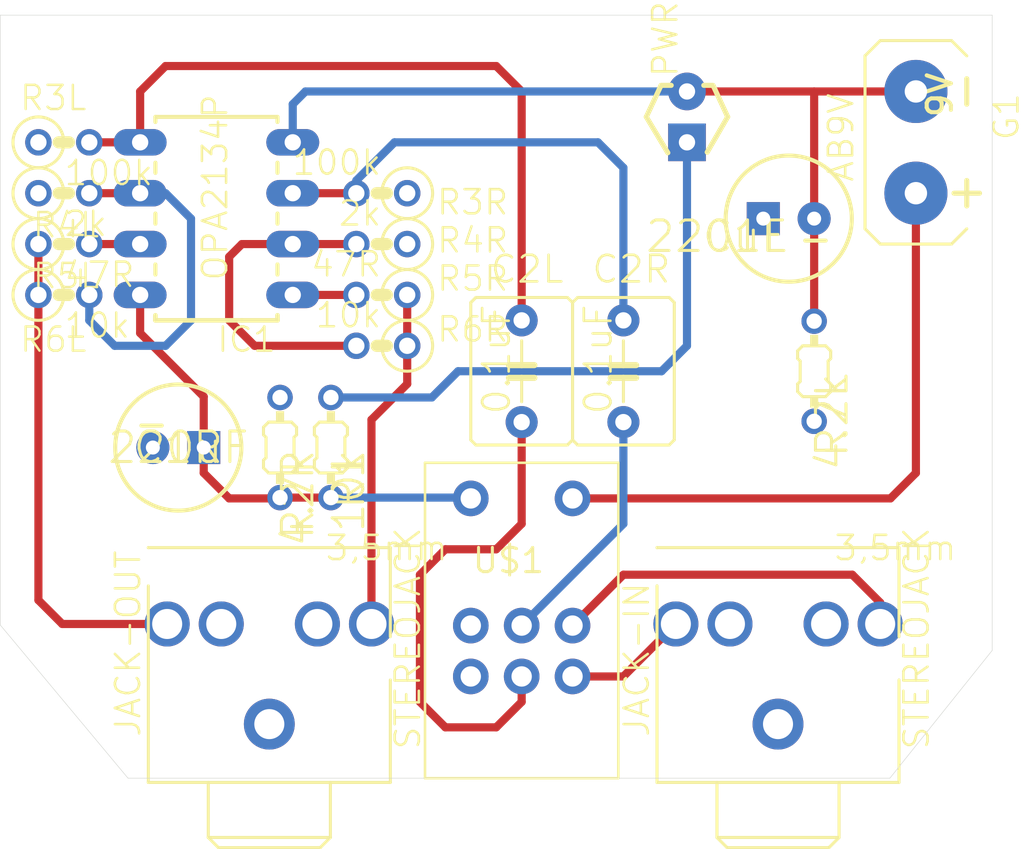
<source format=kicad_pcb>
(kicad_pcb (version 3) (host pcbnew "(22-Jun-2014 BZR 4027)-stable")

  (general
    (links 39)
    (no_connects 11)
    (area -0.012701 -38.112701 50.45075 5.670277)
    (thickness 1.6)
    (drawings 6)
    (tracks 78)
    (zones 0)
    (modules 21)
    (nets 18)
  )

  (page A3)
  (layers
    (15 Top signal)
    (0 Bottom signal)
    (16 B.Adhes user)
    (17 F.Adhes user)
    (18 B.Paste user)
    (19 F.Paste user)
    (20 B.SilkS user)
    (21 F.SilkS user)
    (22 B.Mask user)
    (23 F.Mask user)
    (24 Dwgs.User user)
    (25 Cmts.User user)
    (26 Eco1.User user)
    (27 Eco2.User user)
    (28 Edge.Cuts user)
  )

  (setup
    (last_trace_width 0.254)
    (trace_clearance 0.254)
    (zone_clearance 0.508)
    (zone_45_only no)
    (trace_min 0.254)
    (segment_width 0.2)
    (edge_width 0.15)
    (via_size 0.889)
    (via_drill 0.635)
    (via_min_size 0.889)
    (via_min_drill 0.508)
    (uvia_size 0.508)
    (uvia_drill 0.127)
    (uvias_allowed no)
    (uvia_min_size 0.508)
    (uvia_min_drill 0.127)
    (pcb_text_width 0.3)
    (pcb_text_size 1.5 1.5)
    (mod_edge_width 0.15)
    (mod_text_size 1.5 1.5)
    (mod_text_width 0.15)
    (pad_size 1.524 1.524)
    (pad_drill 0.762)
    (pad_to_mask_clearance 0.2)
    (aux_axis_origin 0 0)
    (visible_elements FFFFFFBF)
    (pcbplotparams
      (layerselection 3178497)
      (usegerberextensions true)
      (excludeedgelayer true)
      (linewidth 0.100000)
      (plotframeref false)
      (viasonmask false)
      (mode 1)
      (useauxorigin false)
      (hpglpennumber 1)
      (hpglpenspeed 20)
      (hpglpendiameter 15)
      (hpglpenoverlay 2)
      (psnegative false)
      (psa4output false)
      (plotreference true)
      (plotvalue true)
      (plotothertext true)
      (plotinvisibletext false)
      (padsonsilk false)
      (subtractmaskfromsilk false)
      (outputformat 1)
      (mirror false)
      (drillshape 1)
      (scaleselection 1)
      (outputdirectory ""))
  )

  (net 0 "")
  (net 1 GND)
  (net 2 INPUT-L)
  (net 3 INPUT-R)
  (net 4 L+)
  (net 5 L-)
  (net 6 N$1)
  (net 7 N$3)
  (net 8 OP-L)
  (net 9 OP-R)
  (net 10 OUTPUT-L)
  (net 11 OUTPUT-R)
  (net 12 R+)
  (net 13 R-)
  (net 14 V+)
  (net 15 V-)
  (net 16 VOLUME-OUT-L)
  (net 17 VOLUME-OUT-R)

  (net_class Default "This is the default net class."
    (clearance 0.254)
    (trace_width 0.254)
    (via_dia 0.889)
    (via_drill 0.635)
    (uvia_dia 0.508)
    (uvia_drill 0.127)
    (add_net "")
    (add_net GND)
    (add_net INPUT-L)
    (add_net INPUT-R)
    (add_net L+)
    (add_net L-)
    (add_net N$1)
    (add_net N$3)
    (add_net OP-L)
    (add_net OP-R)
    (add_net OUTPUT-L)
    (add_net OUTPUT-R)
    (add_net R+)
    (add_net R-)
    (add_net V+)
    (add_net V-)
    (add_net VOLUME-OUT-L)
    (add_net VOLUME-OUT-R)
  )

  (module ALPS_RK0971221Z0X (layer Top) (tedit 58DE792F) (tstamp 58DE7A79)
    (at 26.035 -7.62 270)
    (descr "ALPS RK0971221Z0x potentiometer")
    (fp_text reference U$1 (at -2.54 2.54 360) (layer F.SilkS)
      (effects (font (size 1.2065 1.2065) (thickness 0.1524)) (justify left bottom))
    )
    (fp_text value "" (at 0 0 270) (layer F.SilkS)
      (effects (font (size 1.524 1.524) (thickness 0.15)) (justify right top))
    )
    (fp_line (start 7.62 -4.826) (end 7.62 4.826) (layer F.SilkS) (width 0.127))
    (fp_line (start 7.62 4.826) (end -8.128 4.826) (layer F.SilkS) (width 0.127))
    (fp_line (start -8.128 4.826) (end -8.128 -4.826) (layer F.SilkS) (width 0.127))
    (fp_line (start -8.128 -4.826) (end 7.62 -4.826) (layer F.SilkS) (width 0.127))
    (pad I1 thru_hole circle (at 2.54 -2.54 270) (size 1.778 1.778) (drill 1.016)
      (layers *.Cu *.Mask)
      (net 2 INPUT-L)
    )
    (pad G1 thru_hole circle (at 2.54 2.54 270) (size 1.778 1.778) (drill 1.016)
      (layers *.Cu *.Mask)
      (net 1 GND)
    )
    (pad G2 thru_hole circle (at 0 2.54 270) (size 1.778 1.778) (drill 1.016)
      (layers *.Cu *.Mask)
      (net 1 GND)
    )
    (pad O2 thru_hole circle (at 0 0 270) (size 1.778 1.778) (drill 1.016)
      (layers *.Cu *.Mask)
      (net 17 VOLUME-OUT-R)
    )
    (pad I2 thru_hole circle (at 0 -2.54 270) (size 1.778 1.778) (drill 1.016)
      (layers *.Cu *.Mask)
      (net 3 INPUT-R)
    )
    (pad S2 thru_hole circle (at -6.35 -2.54 270) (size 1.778 1.778) (drill 1.016)
      (layers *.Cu *.Mask)
      (net 7 N$3)
    )
    (pad S1 thru_hole circle (at -6.35 2.54 270) (size 1.778 1.778) (drill 1.016)
      (layers *.Cu *.Mask)
      (net 14 V+)
    )
    (pad O1 thru_hole circle (at 2.54 0 270) (size 1.778 1.778) (drill 1.016)
      (layers *.Cu *.Mask)
      (net 16 VOLUME-OUT-L)
    )
  )

  (module DIL-8 (layer Top) (tedit 58DE792F) (tstamp 58DE7A88)
    (at 10.795 -27.94 90)
    (fp_text reference IC1 (at -5.334 3.048 180) (layer F.SilkS)
      (effects (font (size 1.2065 1.2065) (thickness 0.127)) (justify right top))
    )
    (fp_text value OPA2134P (at -3.175 0.635 90) (layer F.SilkS)
      (effects (font (size 1.2065 1.2065) (thickness 0.127)) (justify left bottom))
    )
    (fp_line (start 5.08 -3.048) (end 5.08 3.048) (layer F.SilkS) (width 0.2032))
    (fp_line (start -2.794 -3.048) (end -2.286 -3.048) (layer F.SilkS) (width 0.2032))
    (fp_line (start 5.08 -3.048) (end 4.826 -3.048) (layer F.SilkS) (width 0.2032))
    (fp_line (start 5.08 3.048) (end 4.826 3.048) (layer F.SilkS) (width 0.2032))
    (fp_line (start -0.254 -3.048) (end 0.254 -3.048) (layer F.SilkS) (width 0.2032))
    (fp_line (start 2.286 -3.048) (end 2.794 -3.048) (layer F.SilkS) (width 0.2032))
    (fp_line (start -2.794 3.048) (end -2.286 3.048) (layer F.SilkS) (width 0.2032))
    (fp_line (start -0.254 3.048) (end 0.254 3.048) (layer F.SilkS) (width 0.2032))
    (fp_line (start 2.286 3.048) (end 2.794 3.048) (layer F.SilkS) (width 0.2032))
    (fp_line (start -5.08 1.27) (end -5.08 3.048) (layer F.SilkS) (width 0.2286))
    (fp_line (start -5.08 1.27) (end -5.08 -1.27) (layer F.SilkS) (width 0.2032))
    (fp_line (start -5.08 -3.048) (end -5.08 -1.27) (layer F.SilkS) (width 0.2286))
    (fp_line (start -5.08 -3.048) (end -4.826 -3.048) (layer F.SilkS) (width 0.2286))
    (fp_line (start -5.08 3.048) (end -4.826 3.048) (layer F.SilkS) (width 0.2286))
    (fp_line (start -5.08 -1.27) (end -5.08 1.27) (layer F.SilkS) (width 0.2286))
    (pad 1 thru_hole oval (at -3.81 3.81 180) (size 2.6416 1.3208) (drill 0.8128)
      (layers *.Cu *.Mask)
      (net 9 OP-R)
    )
    (pad 2 thru_hole oval (at -1.27 3.81 180) (size 2.6416 1.3208) (drill 0.8128)
      (layers *.Cu *.Mask)
      (net 13 R-)
    )
    (pad 3 thru_hole oval (at 1.27 3.81 180) (size 2.6416 1.3208) (drill 0.8128)
      (layers *.Cu *.Mask)
      (net 12 R+)
    )
    (pad 4 thru_hole oval (at 3.81 3.81 180) (size 2.6416 1.3208) (drill 0.8128)
      (layers *.Cu *.Mask)
      (net 15 V-)
    )
    (pad 5 thru_hole oval (at 3.81 -3.81 180) (size 2.6416 1.3208) (drill 0.8128)
      (layers *.Cu *.Mask)
      (net 4 L+)
    )
    (pad 6 thru_hole oval (at 1.27 -3.81 180) (size 2.6416 1.3208) (drill 0.8128)
      (layers *.Cu *.Mask)
      (net 5 L-)
    )
    (pad 7 thru_hole oval (at -1.27 -3.81 180) (size 2.6416 1.3208) (drill 0.8128)
      (layers *.Cu *.Mask)
      (net 8 OP-L)
    )
    (pad 8 thru_hole oval (at -3.81 -3.81 180) (size 2.6416 1.3208) (drill 0.8128)
      (layers *.Cu *.Mask)
      (net 14 V+)
    )
  )

  (module STX3100 (layer Top) (tedit 58DE792F) (tstamp 58DE7AA2)
    (at 38.735 0 90)
    (descr "<b>MIC/HEADPHONE JACK</b><p> KS-S stereo microphone/headphone jack<p> PG203JN (Schukat)")
    (fp_text reference JACK-IN (at 1.985 -6.25 90) (layer F.SilkS)
      (effects (font (size 1.2065 1.2065) (thickness 0.127)) (justify left bottom))
    )
    (fp_text value STEREOJACK (at 1.35 7.72 90) (layer F.SilkS)
      (effects (font (size 1.2065 1.2065) (thickness 0.127)) (justify left bottom))
    )
    (fp_line (start -0.212 6.142) (end -0.212 3.148) (layer F.SilkS) (width 0.1524))
    (fp_line (start 11.512 -5.942) (end 11.512 6.142) (layer F.SilkS) (width 0.1524))
    (fp_line (start -0.212 -2.948) (end -2.96 -2.948) (layer F.SilkS) (width 0.1524))
    (fp_line (start -2.96 3.148) (end -0.212 3.148) (layer F.SilkS) (width 0.1524))
    (fp_line (start -0.212 3.148) (end -0.212 -2.948) (layer F.SilkS) (width 0.1524))
    (fp_line (start -0.212 -2.948) (end -0.212 -5.942) (layer F.SilkS) (width 0.1524))
    (fp_line (start -2.96 -2.948) (end -3.468 -2.44) (layer F.SilkS) (width 0.1524))
    (fp_line (start -2.96 3.148) (end -3.468 2.64) (layer F.SilkS) (width 0.1524))
    (fp_line (start -3.468 2.64) (end -3.468 -2.44) (layer F.SilkS) (width 0.1524))
    (fp_line (start -2.96 3.148) (end -2.96 -2.948) (layer F.SilkS) (width 0.1524))
    (fp_line (start -0.212 6.142) (end 4.906 6.142) (layer F.SilkS) (width 0.1524))
    (fp_line (start 4.806 6.142) (end 6.965 6.142) (layer Dwgs.User) (width 0.1524))
    (fp_line (start 7.065 6.142) (end 11.512 6.142) (layer F.SilkS) (width 0.1524))
    (fp_line (start 11.512 -5.942) (end 11.51 -5.942) (layer F.SilkS) (width 0.1524))
    (fp_line (start 11.51 -5.942) (end 9.605 -5.942) (layer Dwgs.User) (width 0.1524))
    (fp_line (start 9.605 -5.942) (end -0.212 -5.942) (layer F.SilkS) (width 0.1524))
    (fp_line (start -0.131 1.751) (end 3.552 1.751) (layer Dwgs.User) (width 0.1524))
    (fp_line (start 3.552 -1.551) (end -0.131 -1.551) (layer Dwgs.User) (width 0.1524))
    (fp_line (start -0.131 1.751) (end -0.131 -1.551) (layer Dwgs.User) (width 0.1524))
    (fp_line (start 7.489 -0.408) (end 6.727 -0.789) (layer Dwgs.User) (width 0.1524))
    (fp_line (start 7.489 -0.408) (end 7.489 0.608) (layer Dwgs.User) (width 0.1524))
    (fp_line (start 6.727 0.989) (end 7.489 0.608) (layer Dwgs.User) (width 0.1524))
    (fp_line (start 3.552 -1.551) (end 3.552 -0.789) (layer Dwgs.User) (width 0.1524))
    (fp_line (start 3.552 -0.789) (end 3.552 0.989) (layer Dwgs.User) (width 0.1524))
    (fp_line (start 3.552 0.989) (end 3.552 1.751) (layer Dwgs.User) (width 0.1524))
    (fp_line (start 5.584 -0.789) (end 5.584 0.989) (layer Dwgs.User) (width 0.1524))
    (fp_line (start 5.584 -0.789) (end 6.727 -0.789) (layer Dwgs.User) (width 0.1524))
    (fp_line (start 5.584 0.989) (end 4.314 0.989) (layer Dwgs.User) (width 0.1524))
    (fp_line (start 4.314 -0.789) (end 4.314 0.989) (layer Dwgs.User) (width 0.1524))
    (fp_line (start 3.552 -0.789) (end 4.314 -0.789) (layer Dwgs.User) (width 0.1524))
    (fp_line (start 4.314 0.989) (end 3.552 0.989) (layer Dwgs.User) (width 0.1524))
    (fp_line (start 4.314 -0.789) (end 5.584 -0.789) (layer Dwgs.User) (width 0.1524))
    (fp_line (start 6.727 0.989) (end 5.584 0.989) (layer Dwgs.User) (width 0.1524))
    (fp_text user 3,5mm (at 10.79 2.831 180) (layer F.SilkS)
      (effects (font (size 1.2065 1.2065) (thickness 0.127)) (justify left bottom))
    )
    (pad 1 thru_hole circle (at 2.7 0.1 90) (size 2.54 2.54) (drill 1.5)
      (layers *.Cu *.Mask)
      (net 1 GND)
    )
    (pad 3 thru_hole circle (at 7.7 -2.3 90) (size 2.25 2.25) (drill 1.5)
      (layers *.Cu *.Mask)
    )
    (pad 4 thru_hole circle (at 7.7 2.5 90) (size 2.25 2.25) (drill 1.5)
      (layers *.Cu *.Mask)
    )
    (pad 5 thru_hole circle (at 7.7 5.2 90) (size 2.25 2.25) (drill 1.5)
      (layers *.Cu *.Mask)
      (net 3 INPUT-R)
    )
    (pad 2 thru_hole circle (at 7.7 -5 90) (size 2.25 2.25) (drill 1.5)
      (layers *.Cu *.Mask)
      (net 2 INPUT-L)
    )
    (pad "" np_thru_hole circle (at 2.7 -4.9 90) (size 1.5 1.5) (drill 1.5)
      (layers *.Cu)
    )
    (pad "" np_thru_hole circle (at 2.7 5.1 90) (size 1.5 1.5) (drill 1.5)
      (layers *.Cu)
    )
    (pad "" np_thru_hole circle (at 7.7 0.1 90) (size 1.5 1.5) (drill 1.5)
      (layers *.Cu)
    )
  )

  (module STX3100 (layer Top) (tedit 58DE792F) (tstamp 58DE7ACF)
    (at 13.335 0 90)
    (descr "<b>MIC/HEADPHONE JACK</b><p> KS-S stereo microphone/headphone jack<p> PG203JN (Schukat)")
    (fp_text reference JACK-OUT (at 1.985 -6.25 90) (layer F.SilkS)
      (effects (font (size 1.2065 1.2065) (thickness 0.127)) (justify left bottom))
    )
    (fp_text value STEREOJACK (at 1.35 7.72 90) (layer F.SilkS)
      (effects (font (size 1.2065 1.2065) (thickness 0.127)) (justify left bottom))
    )
    (fp_line (start -0.212 6.142) (end -0.212 3.148) (layer F.SilkS) (width 0.1524))
    (fp_line (start 11.512 -5.942) (end 11.512 6.142) (layer F.SilkS) (width 0.1524))
    (fp_line (start -0.212 -2.948) (end -2.96 -2.948) (layer F.SilkS) (width 0.1524))
    (fp_line (start -2.96 3.148) (end -0.212 3.148) (layer F.SilkS) (width 0.1524))
    (fp_line (start -0.212 3.148) (end -0.212 -2.948) (layer F.SilkS) (width 0.1524))
    (fp_line (start -0.212 -2.948) (end -0.212 -5.942) (layer F.SilkS) (width 0.1524))
    (fp_line (start -2.96 -2.948) (end -3.468 -2.44) (layer F.SilkS) (width 0.1524))
    (fp_line (start -2.96 3.148) (end -3.468 2.64) (layer F.SilkS) (width 0.1524))
    (fp_line (start -3.468 2.64) (end -3.468 -2.44) (layer F.SilkS) (width 0.1524))
    (fp_line (start -2.96 3.148) (end -2.96 -2.948) (layer F.SilkS) (width 0.1524))
    (fp_line (start -0.212 6.142) (end 4.906 6.142) (layer F.SilkS) (width 0.1524))
    (fp_line (start 4.806 6.142) (end 6.965 6.142) (layer Dwgs.User) (width 0.1524))
    (fp_line (start 7.065 6.142) (end 11.512 6.142) (layer F.SilkS) (width 0.1524))
    (fp_line (start 11.512 -5.942) (end 11.51 -5.942) (layer F.SilkS) (width 0.1524))
    (fp_line (start 11.51 -5.942) (end 9.605 -5.942) (layer Dwgs.User) (width 0.1524))
    (fp_line (start 9.605 -5.942) (end -0.212 -5.942) (layer F.SilkS) (width 0.1524))
    (fp_line (start -0.131 1.751) (end 3.552 1.751) (layer Dwgs.User) (width 0.1524))
    (fp_line (start 3.552 -1.551) (end -0.131 -1.551) (layer Dwgs.User) (width 0.1524))
    (fp_line (start -0.131 1.751) (end -0.131 -1.551) (layer Dwgs.User) (width 0.1524))
    (fp_line (start 7.489 -0.408) (end 6.727 -0.789) (layer Dwgs.User) (width 0.1524))
    (fp_line (start 7.489 -0.408) (end 7.489 0.608) (layer Dwgs.User) (width 0.1524))
    (fp_line (start 6.727 0.989) (end 7.489 0.608) (layer Dwgs.User) (width 0.1524))
    (fp_line (start 3.552 -1.551) (end 3.552 -0.789) (layer Dwgs.User) (width 0.1524))
    (fp_line (start 3.552 -0.789) (end 3.552 0.989) (layer Dwgs.User) (width 0.1524))
    (fp_line (start 3.552 0.989) (end 3.552 1.751) (layer Dwgs.User) (width 0.1524))
    (fp_line (start 5.584 -0.789) (end 5.584 0.989) (layer Dwgs.User) (width 0.1524))
    (fp_line (start 5.584 -0.789) (end 6.727 -0.789) (layer Dwgs.User) (width 0.1524))
    (fp_line (start 5.584 0.989) (end 4.314 0.989) (layer Dwgs.User) (width 0.1524))
    (fp_line (start 4.314 -0.789) (end 4.314 0.989) (layer Dwgs.User) (width 0.1524))
    (fp_line (start 3.552 -0.789) (end 4.314 -0.789) (layer Dwgs.User) (width 0.1524))
    (fp_line (start 4.314 0.989) (end 3.552 0.989) (layer Dwgs.User) (width 0.1524))
    (fp_line (start 4.314 -0.789) (end 5.584 -0.789) (layer Dwgs.User) (width 0.1524))
    (fp_line (start 6.727 0.989) (end 5.584 0.989) (layer Dwgs.User) (width 0.1524))
    (fp_text user 3,5mm (at 10.79 2.831 180) (layer F.SilkS)
      (effects (font (size 1.2065 1.2065) (thickness 0.127)) (justify left bottom))
    )
    (pad 1 thru_hole circle (at 2.7 0.1 90) (size 2.54 2.54) (drill 1.5)
      (layers *.Cu *.Mask)
      (net 1 GND)
    )
    (pad 3 thru_hole circle (at 7.7 -2.3 90) (size 2.25 2.25) (drill 1.5)
      (layers *.Cu *.Mask)
    )
    (pad 4 thru_hole circle (at 7.7 2.5 90) (size 2.25 2.25) (drill 1.5)
      (layers *.Cu *.Mask)
    )
    (pad 5 thru_hole circle (at 7.7 5.2 90) (size 2.25 2.25) (drill 1.5)
      (layers *.Cu *.Mask)
      (net 11 OUTPUT-R)
    )
    (pad 2 thru_hole circle (at 7.7 -5 90) (size 2.25 2.25) (drill 1.5)
      (layers *.Cu *.Mask)
      (net 10 OUTPUT-L)
    )
    (pad "" np_thru_hole circle (at 2.7 -4.9 90) (size 1.5 1.5) (drill 1.5)
      (layers *.Cu)
    )
    (pad "" np_thru_hole circle (at 2.7 5.1 90) (size 1.5 1.5) (drill 1.5)
      (layers *.Cu)
    )
    (pad "" np_thru_hole circle (at 7.7 0.1 90) (size 1.5 1.5) (drill 1.5)
      (layers *.Cu)
    )
  )

  (module 0207/2V (layer Top) (tedit 58DE792F) (tstamp 58DE7AFC)
    (at 19.05 -29.21 180)
    (descr "<b>RESISTOR</b><p> type 0207, grid 2.5 mm")
    (fp_text reference R3R (at -6.4008 0.254 180) (layer F.SilkS)
      (effects (font (size 1.2065 1.2065) (thickness 0.127)) (justify right top))
    )
    (fp_text value 100k (at -0.0508 2.2352 180) (layer F.SilkS)
      (effects (font (size 1.2065 1.2065) (thickness 0.127)) (justify right top))
    )
    (fp_line (start -1.27 0) (end -0.381 0) (layer Dwgs.User) (width 0.6096))
    (fp_line (start -0.254 0) (end 0.254 0) (layer F.SilkS) (width 0.6096))
    (fp_line (start 0.381 0) (end 1.27 0) (layer Dwgs.User) (width 0.6096))
    (fp_circle (center -1.27 0) (end 0 0) (layer F.SilkS) (width 0.1524))
    (fp_circle (center -1.27 0) (end -0.254 0) (layer Dwgs.User) (width 0.1524))
    (pad 1 thru_hole circle (at -1.27 0 180) (size 1.3208 1.3208) (drill 0.8128)
      (layers *.Cu *.Mask)
      (net 1 GND)
    )
    (pad 2 thru_hole circle (at 1.27 0 180) (size 1.3208 1.3208) (drill 0.8128)
      (layers *.Cu *.Mask)
      (net 12 R+)
    )
  )

  (module 0207/2V (layer Top) (tedit 58DE792F) (tstamp 58DE7B06)
    (at 19.05 -26.67 180)
    (descr "<b>RESISTOR</b><p> type 0207, grid 2.5 mm")
    (fp_text reference R4R (at -6.4008 0.889 360) (layer F.SilkS)
      (effects (font (size 1.2065 1.2065) (thickness 0.12065)) (justify right top))
    )
    (fp_text value 2k (at -0.0508 2.2352 360) (layer F.SilkS)
      (effects (font (size 1.2065 1.2065) (thickness 0.12065)) (justify right top))
    )
    (fp_line (start -1.27 0) (end -0.381 0) (layer Dwgs.User) (width 0.6096))
    (fp_line (start -0.254 0) (end 0.254 0) (layer F.SilkS) (width 0.6096))
    (fp_line (start 0.381 0) (end 1.27 0) (layer Dwgs.User) (width 0.6096))
    (fp_circle (center -1.27 0) (end 0 0) (layer F.SilkS) (width 0.1524))
    (fp_circle (center -1.27 0) (end -0.254 0) (layer Dwgs.User) (width 0.1524))
    (pad 1 thru_hole circle (at -1.27 0 180) (size 1.3208 1.3208) (drill 0.8128)
      (layers *.Cu *.Mask)
      (net 1 GND)
    )
    (pad 2 thru_hole circle (at 1.27 0 180) (size 1.3208 1.3208) (drill 0.8128)
      (layers *.Cu *.Mask)
      (net 13 R-)
    )
  )

  (module 0207/2V (layer Top) (tedit 58DE792F) (tstamp 58DE7B10)
    (at 19.05 -21.59 180)
    (descr "<b>RESISTOR</b><p> type 0207, grid 2.5 mm")
    (fp_text reference R6R (at -6.4008 1.524 360) (layer F.SilkS)
      (effects (font (size 1.2065 1.2065) (thickness 0.12065)) (justify right top))
    )
    (fp_text value 10k (at -0.0508 2.2352 360) (layer F.SilkS)
      (effects (font (size 1.2065 1.2065) (thickness 0.12065)) (justify right top))
    )
    (fp_line (start -1.27 0) (end -0.381 0) (layer Dwgs.User) (width 0.6096))
    (fp_line (start -0.254 0) (end 0.254 0) (layer F.SilkS) (width 0.6096))
    (fp_line (start 0.381 0) (end 1.27 0) (layer Dwgs.User) (width 0.6096))
    (fp_circle (center -1.27 0) (end 0 0) (layer F.SilkS) (width 0.1524))
    (fp_circle (center -1.27 0) (end -0.254 0) (layer Dwgs.User) (width 0.1524))
    (pad 1 thru_hole circle (at -1.27 0 180) (size 1.3208 1.3208) (drill 0.8128)
      (layers *.Cu *.Mask)
      (net 11 OUTPUT-R)
    )
    (pad 2 thru_hole circle (at 1.27 0 180) (size 1.3208 1.3208) (drill 0.8128)
      (layers *.Cu *.Mask)
      (net 13 R-)
    )
  )

  (module 0207/2V (layer Top) (tedit 58DE792F) (tstamp 58DE7B1A)
    (at 19.05 -24.13 180)
    (descr "<b>RESISTOR</b><p> type 0207, grid 2.5 mm")
    (fp_text reference R5R (at -6.4008 1.524 360) (layer F.SilkS)
      (effects (font (size 1.2065 1.2065) (thickness 0.12065)) (justify right top))
    )
    (fp_text value 47R (at -0.0508 2.2352 360) (layer F.SilkS)
      (effects (font (size 1.2065 1.2065) (thickness 0.12065)) (justify right top))
    )
    (fp_line (start -1.27 0) (end -0.381 0) (layer Dwgs.User) (width 0.6096))
    (fp_line (start -0.254 0) (end 0.254 0) (layer F.SilkS) (width 0.6096))
    (fp_line (start 0.381 0) (end 1.27 0) (layer Dwgs.User) (width 0.6096))
    (fp_circle (center -1.27 0) (end 0 0) (layer F.SilkS) (width 0.1524))
    (fp_circle (center -1.27 0) (end -0.254 0) (layer Dwgs.User) (width 0.1524))
    (pad 1 thru_hole circle (at -1.27 0 180) (size 1.3208 1.3208) (drill 0.8128)
      (layers *.Cu *.Mask)
      (net 11 OUTPUT-R)
    )
    (pad 2 thru_hole circle (at 1.27 0 180) (size 1.3208 1.3208) (drill 0.8128)
      (layers *.Cu *.Mask)
      (net 9 OP-R)
    )
  )

  (module 0207/2V (layer Top) (tedit 58DE792F) (tstamp 58DE7B24)
    (at 3.175 -31.75)
    (descr "<b>RESISTOR</b><p> type 0207, grid 2.5 mm")
    (fp_text reference R3L (at 1.2192 -2.921) (layer F.SilkS)
      (effects (font (size 1.2065 1.2065) (thickness 0.12065)) (justify right top))
    )
    (fp_text value 100k (at -0.0508 2.2352) (layer F.SilkS)
      (effects (font (size 1.2065 1.2065) (thickness 0.12065)) (justify left bottom))
    )
    (fp_line (start -1.27 0) (end -0.381 0) (layer Dwgs.User) (width 0.6096))
    (fp_line (start -0.254 0) (end 0.254 0) (layer F.SilkS) (width 0.6096))
    (fp_line (start 0.381 0) (end 1.27 0) (layer Dwgs.User) (width 0.6096))
    (fp_circle (center -1.27 0) (end 0 0) (layer F.SilkS) (width 0.1524))
    (fp_circle (center -1.27 0) (end -0.254 0) (layer Dwgs.User) (width 0.1524))
    (pad 1 thru_hole circle (at -1.27 0) (size 1.3208 1.3208) (drill 0.8128)
      (layers *.Cu *.Mask)
      (net 1 GND)
    )
    (pad 2 thru_hole circle (at 1.27 0) (size 1.3208 1.3208) (drill 0.8128)
      (layers *.Cu *.Mask)
      (net 4 L+)
    )
  )

  (module 0207/2V (layer Top) (tedit 58DE792F) (tstamp 58DE7B2E)
    (at 3.175 -29.21)
    (descr "<b>RESISTOR</b><p> type 0207, grid 2.5 mm")
    (fp_text reference R4L (at 1.8542 0.889) (layer F.SilkS)
      (effects (font (size 1.2065 1.2065) (thickness 0.12065)) (justify right top))
    )
    (fp_text value 2k (at -0.0508 2.2352) (layer F.SilkS)
      (effects (font (size 1.2065 1.2065) (thickness 0.12065)) (justify left bottom))
    )
    (fp_line (start -1.27 0) (end -0.381 0) (layer Dwgs.User) (width 0.6096))
    (fp_line (start -0.254 0) (end 0.254 0) (layer F.SilkS) (width 0.6096))
    (fp_line (start 0.381 0) (end 1.27 0) (layer Dwgs.User) (width 0.6096))
    (fp_circle (center -1.27 0) (end 0 0) (layer F.SilkS) (width 0.1524))
    (fp_circle (center -1.27 0) (end -0.254 0) (layer Dwgs.User) (width 0.1524))
    (pad 1 thru_hole circle (at -1.27 0) (size 1.3208 1.3208) (drill 0.8128)
      (layers *.Cu *.Mask)
      (net 1 GND)
    )
    (pad 2 thru_hole circle (at 1.27 0) (size 1.3208 1.3208) (drill 0.8128)
      (layers *.Cu *.Mask)
      (net 5 L-)
    )
  )

  (module 0207/2V (layer Top) (tedit 58DE792F) (tstamp 58DE7B38)
    (at 3.175 -24.13)
    (descr "<b>RESISTOR</b><p> type 0207, grid 2.5 mm")
    (fp_text reference R6L (at 1.2192 1.524) (layer F.SilkS)
      (effects (font (size 1.2065 1.2065) (thickness 0.12065)) (justify right top))
    )
    (fp_text value 10k (at -0.0508 2.2352) (layer F.SilkS)
      (effects (font (size 1.2065 1.2065) (thickness 0.12065)) (justify left bottom))
    )
    (fp_line (start -1.27 0) (end -0.381 0) (layer Dwgs.User) (width 0.6096))
    (fp_line (start -0.254 0) (end 0.254 0) (layer F.SilkS) (width 0.6096))
    (fp_line (start 0.381 0) (end 1.27 0) (layer Dwgs.User) (width 0.6096))
    (fp_circle (center -1.27 0) (end 0 0) (layer F.SilkS) (width 0.1524))
    (fp_circle (center -1.27 0) (end -0.254 0) (layer Dwgs.User) (width 0.1524))
    (pad 1 thru_hole circle (at -1.27 0) (size 1.3208 1.3208) (drill 0.8128)
      (layers *.Cu *.Mask)
      (net 10 OUTPUT-L)
    )
    (pad 2 thru_hole circle (at 1.27 0) (size 1.3208 1.3208) (drill 0.8128)
      (layers *.Cu *.Mask)
      (net 5 L-)
    )
  )

  (module 0207/2V (layer Top) (tedit 58DE792F) (tstamp 58DE7B42)
    (at 3.175 -26.67)
    (descr "<b>RESISTOR</b><p> type 0207, grid 2.5 mm")
    (fp_text reference R5L (at 1.8542 0.889) (layer F.SilkS)
      (effects (font (size 1.2065 1.2065) (thickness 0.12065)) (justify right top))
    )
    (fp_text value 47R (at -0.0508 2.2352) (layer F.SilkS)
      (effects (font (size 1.2065 1.2065) (thickness 0.12065)) (justify left bottom))
    )
    (fp_line (start -1.27 0) (end -0.381 0) (layer Dwgs.User) (width 0.6096))
    (fp_line (start -0.254 0) (end 0.254 0) (layer F.SilkS) (width 0.6096))
    (fp_line (start 0.381 0) (end 1.27 0) (layer Dwgs.User) (width 0.6096))
    (fp_circle (center -1.27 0) (end 0 0) (layer F.SilkS) (width 0.1524))
    (fp_circle (center -1.27 0) (end -0.254 0) (layer Dwgs.User) (width 0.1524))
    (pad 1 thru_hole circle (at -1.27 0) (size 1.3208 1.3208) (drill 0.8128)
      (layers *.Cu *.Mask)
      (net 10 OUTPUT-L)
    )
    (pad 2 thru_hole circle (at 1.27 0) (size 1.3208 1.3208) (drill 0.8128)
      (layers *.Cu *.Mask)
      (net 8 OP-L)
    )
  )

  (module C5B5 (layer Top) (tedit 58DE792F) (tstamp 58DE7B4C)
    (at 26.035 -20.32 270)
    (descr "<B>MKS2</B>, 7.5 x 5 mm, grid 5.08 mm")
    (fp_text reference C2L (at -4.318 1.651 360) (layer F.SilkS)
      (effects (font (size 1.32715 1.32715) (thickness 0.132715)) (justify left bottom))
    )
    (fp_text value 0.1uF (at -3.429 2.032 450) (layer F.SilkS)
      (effects (font (size 1.32715 1.32715) (thickness 0.132715)) (justify right top))
    )
    (fp_line (start -0.3048 -0.635) (end -0.3048 0) (layer F.SilkS) (width 0.3048))
    (fp_line (start -0.3048 0) (end -0.3048 0.635) (layer F.SilkS) (width 0.3048))
    (fp_line (start -0.3048 0) (end -1.524 0) (layer F.SilkS) (width 0.1524))
    (fp_line (start 0.3302 -0.635) (end 0.3302 0) (layer F.SilkS) (width 0.3048))
    (fp_line (start 0.3302 0) (end 0.3302 0.635) (layer F.SilkS) (width 0.3048))
    (fp_line (start 0.3302 0) (end 1.524 0) (layer F.SilkS) (width 0.1524))
    (fp_line (start -3.683 -2.286) (end -3.683 2.286) (layer F.SilkS) (width 0.1524))
    (fp_line (start -3.429 2.54) (end 3.429 2.54) (layer F.SilkS) (width 0.1524))
    (fp_line (start 3.683 2.286) (end 3.683 -2.286) (layer F.SilkS) (width 0.1524))
    (fp_line (start 3.429 -2.54) (end -3.429 -2.54) (layer F.SilkS) (width 0.1524))
    (fp_line (start 3.429 -2.54) (end 3.683 -2.286) (layer F.SilkS) (width 0.1524))
    (fp_line (start 3.429 2.54) (end 3.683 2.286) (layer F.SilkS) (width 0.1524))
    (fp_line (start -3.683 2.286) (end -3.429 2.54) (layer F.SilkS) (width 0.1524))
    (fp_line (start -3.683 -2.286) (end -3.429 -2.54) (layer F.SilkS) (width 0.1524))
    (pad 1 thru_hole circle (at -2.54 0 270) (size 1.6002 1.6002) (drill 0.8128)
      (layers *.Cu *.Mask)
      (net 4 L+)
    )
    (pad 2 thru_hole circle (at 2.54 0 270) (size 1.6002 1.6002) (drill 0.8128)
      (layers *.Cu *.Mask)
      (net 16 VOLUME-OUT-L)
    )
  )

  (module C5B5 (layer Top) (tedit 58DE792F) (tstamp 58DE7B5F)
    (at 31.115 -20.32 270)
    (descr "<B>MKS2</B>, 7.5 x 5 mm, grid 5.08 mm")
    (fp_text reference C2R (at -4.318 1.651 360) (layer F.SilkS)
      (effects (font (size 1.32715 1.32715) (thickness 0.132715)) (justify left bottom))
    )
    (fp_text value 0.1uF (at -3.429 2.032 450) (layer F.SilkS)
      (effects (font (size 1.32715 1.32715) (thickness 0.132715)) (justify right top))
    )
    (fp_line (start -0.3048 -0.635) (end -0.3048 0) (layer F.SilkS) (width 0.3048))
    (fp_line (start -0.3048 0) (end -0.3048 0.635) (layer F.SilkS) (width 0.3048))
    (fp_line (start -0.3048 0) (end -1.524 0) (layer F.SilkS) (width 0.1524))
    (fp_line (start 0.3302 -0.635) (end 0.3302 0) (layer F.SilkS) (width 0.3048))
    (fp_line (start 0.3302 0) (end 0.3302 0.635) (layer F.SilkS) (width 0.3048))
    (fp_line (start 0.3302 0) (end 1.524 0) (layer F.SilkS) (width 0.1524))
    (fp_line (start -3.683 -2.286) (end -3.683 2.286) (layer F.SilkS) (width 0.1524))
    (fp_line (start -3.429 2.54) (end 3.429 2.54) (layer F.SilkS) (width 0.1524))
    (fp_line (start 3.683 2.286) (end 3.683 -2.286) (layer F.SilkS) (width 0.1524))
    (fp_line (start 3.429 -2.54) (end -3.429 -2.54) (layer F.SilkS) (width 0.1524))
    (fp_line (start 3.429 -2.54) (end 3.683 -2.286) (layer F.SilkS) (width 0.1524))
    (fp_line (start 3.429 2.54) (end 3.683 2.286) (layer F.SilkS) (width 0.1524))
    (fp_line (start -3.683 2.286) (end -3.429 2.54) (layer F.SilkS) (width 0.1524))
    (fp_line (start -3.683 -2.286) (end -3.429 -2.54) (layer F.SilkS) (width 0.1524))
    (pad 1 thru_hole circle (at -2.54 0 270) (size 1.6002 1.6002) (drill 0.8128)
      (layers *.Cu *.Mask)
      (net 12 R+)
    )
    (pad 2 thru_hole circle (at 2.54 0 270) (size 1.6002 1.6002) (drill 0.8128)
      (layers *.Cu *.Mask)
      (net 17 VOLUME-OUT-R)
    )
  )

  (module LED3MM-MINUS (layer Top) (tedit 58DE792F) (tstamp 58DE7B72)
    (at 34.29 -33.02 90)
    (fp_text reference PWR (at 1.905 -0.381 90) (layer F.SilkS)
      (effects (font (size 1.2065 1.2065) (thickness 0.127)) (justify left bottom))
    )
    (fp_text value "" (at 1.905 1.651 90) (layer F.SilkS)
      (effects (font (size 1.2065 1.2065) (thickness 0.127)) (justify left bottom))
    )
    (fp_line (start 1.5748 1.27) (end 1.5748 -1.27) (layer Dwgs.User) (width 0.254))
    (fp_line (start 0 -2.032) (end 1.561 -1.3009) (layer F.SilkS) (width 0.254))
    (fp_line (start -1.7929 -0.9562) (end 0 -2.032) (layer F.SilkS) (width 0.254))
    (fp_line (start 0 2.032) (end 1.5512 1.3126) (layer F.SilkS) (width 0.254))
    (fp_line (start -1.7643 1.0082) (end 0 2.032) (layer F.SilkS) (width 0.254))
    (fp_line (start -2.032 0) (end -1.7891 -0.9634) (layer Dwgs.User) (width 0.254))
    (fp_line (start -2.032 0) (end -1.7306 1.065) (layer Dwgs.User) (width 0.254))
    (fp_line (start 1.5748 -1.2954) (end 1.5748 -0.7874) (layer F.SilkS) (width 0.254))
    (fp_line (start 1.5748 1.2954) (end 1.5748 0.8382) (layer F.SilkS) (width 0.254))
    (pad A thru_hole rect (at -1.27 0 90) (size 1.8796 1.8796) (drill 0.8128)
      (layers *.Cu *.Mask)
      (net 6 N$1)
    )
    (pad K thru_hole circle (at 1.27 0 90) (size 1.8796 1.8796) (drill 0.8128)
      (layers *.Cu *.Mask)
      (net 15 V-)
    )
  )

  (module AB9V (layer Top) (tedit 58DE792F) (tstamp 58DE7B80)
    (at 45.72 -31.75 180)
    (descr "<B>9-V BATTERY CLIP</B>")
    (fp_text reference G1 (at -3.81 2.54 270) (layer F.SilkS)
      (effects (font (size 1.2065 1.2065) (thickness 0.127)) (justify right top))
    )
    (fp_text value AB9V (at 4.445 2.54 270) (layer F.SilkS)
      (effects (font (size 1.2065 1.2065) (thickness 0.127)) (justify right top))
    )
    (fp_line (start -2.54 3.175) (end -2.54 1.905) (layer F.SilkS) (width 0.254))
    (fp_line (start -2.54 -1.905) (end -2.54 -3.175) (layer F.SilkS) (width 0.254))
    (fp_line (start -1.905 -2.54) (end -3.175 -2.54) (layer F.SilkS) (width 0.254))
    (fp_line (start -2.54 -4.318) (end -1.778 -5.08) (layer F.SilkS) (width 0.1524))
    (fp_line (start -1.778 -5.08) (end 1.778 -5.08) (layer F.SilkS) (width 0.1524))
    (fp_line (start 2.54 -4.318) (end 1.778 -5.08) (layer F.SilkS) (width 0.1524))
    (fp_line (start 2.54 -4.318) (end 2.54 4.318) (layer F.SilkS) (width 0.1524))
    (fp_line (start 1.778 5.08) (end 2.54 4.318) (layer F.SilkS) (width 0.1524))
    (fp_line (start 1.778 5.08) (end -1.778 5.08) (layer F.SilkS) (width 0.1524))
    (fp_line (start -2.54 4.318) (end -1.778 5.08) (layer F.SilkS) (width 0.1524))
    (fp_circle (center 0 -2.54) (end 1.27 -2.54) (layer Dwgs.User) (width 0.1524))
    (fp_circle (center 0 2.54) (end 1.27 2.54) (layer Dwgs.User) (width 0.1524))
    (fp_text user 9V (at -1.905 1.143 270) (layer F.SilkS)
      (effects (font (size 1.2065 1.2065) (thickness 0.2032)) (justify left bottom))
    )
    (pad - thru_hole circle (at 0 2.54 180) (size 3.1496 3.1496) (drill 1.1176)
      (layers *.Cu *.Mask)
      (net 15 V-)
    )
    (pad + thru_hole circle (at 0 -2.54 180) (size 3.1496 3.1496) (drill 1.1176)
      (layers *.Cu *.Mask)
      (net 7 N$3)
    )
  )

  (module 1/6W-RES-OUTLINE (layer Top) (tedit 58DE792F) (tstamp 58DE7B92)
    (at 16.51 -16.51 270)
    (fp_text reference R1 (at 0 0 270) (layer F.SilkS)
      (effects (font (size 1.524 1.524) (thickness 0.15)) (justify right top))
    )
    (fp_text value 10k (at 0 0 270) (layer F.SilkS)
      (effects (font (size 1.524 1.524) (thickness 0.15)) (justify right top))
    )
    (fp_line (start 2.5401 0) (end 1.778 0) (layer Dwgs.User) (width 0.4572))
    (fp_line (start -1.27 -0.5715) (end -1.016 -0.8255) (layer F.SilkS) (width 0.1524))
    (fp_line (start -1.27 0.5715) (end -1.016 0.8255) (layer F.SilkS) (width 0.1524))
    (fp_line (start 1.016 0.8255) (end 1.2699 0.5715) (layer F.SilkS) (width 0.1524))
    (fp_line (start 1.016 -0.8255) (end 1.2699 -0.5715) (layer F.SilkS) (width 0.1524))
    (fp_line (start -1.27 0.5715) (end -1.27 -0.5715) (layer F.SilkS) (width 0.1524))
    (fp_line (start -1.016 -0.8255) (end -0.635 -0.8255) (layer F.SilkS) (width 0.1524))
    (fp_line (start -0.5081 -0.6985) (end -0.635 -0.8255) (layer F.SilkS) (width 0.1524))
    (fp_line (start -1.016 0.8255) (end -0.635 0.8255) (layer F.SilkS) (width 0.1524))
    (fp_line (start -0.5081 0.6985) (end -0.635 0.8255) (layer F.SilkS) (width 0.1524))
    (fp_line (start 0.508 -0.6985) (end 0.6349 -0.8255) (layer F.SilkS) (width 0.1524))
    (fp_line (start 0.508 -0.6985) (end -0.5081 -0.6985) (layer F.SilkS) (width 0.1524))
    (fp_line (start 0.508 0.6985) (end 0.6349 0.8255) (layer F.SilkS) (width 0.1524))
    (fp_line (start 0.508 0.6985) (end -0.5081 0.6985) (layer F.SilkS) (width 0.1524))
    (fp_line (start 1.016 -0.8255) (end 0.6349 -0.8255) (layer F.SilkS) (width 0.1524))
    (fp_line (start 1.016 0.8255) (end 0.6349 0.8255) (layer F.SilkS) (width 0.1524))
    (fp_line (start 1.2699 0.5715) (end 1.2699 -0.5715) (layer F.SilkS) (width 0.1524))
    (fp_poly (pts (xy -1.8161 0.2032) (xy -1.27 0.2032) (xy -1.27 -0.2032) (xy -1.8161 -0.2032)) (layer F.SilkS))
    (fp_poly (pts (xy 1.27 0.2032) (xy 1.816 0.2032) (xy 1.816 -0.2032) (xy 1.27 -0.2032)) (layer F.SilkS))
    (pad 1 thru_hole circle (at -2.5 0 270) (size 1.27 1.27) (drill 0.762)
      (layers *.Cu *.Mask)
      (net 6 N$1)
    )
    (pad 2 thru_hole circle (at 2.5 0 270) (size 1.27 1.27) (drill 0.762)
      (layers *.Cu *.Mask)
      (net 14 V+)
    )
  )

  (module 1/6W-RES-OUTLINE (layer Top) (tedit 58DE792F) (tstamp 58DE7BAA)
    (at 13.97 -16.51 270)
    (fp_text reference R2R (at 0 0 270) (layer F.SilkS)
      (effects (font (size 1.524 1.524) (thickness 0.15)) (justify right top))
    )
    (fp_text value 4.7k (at 0 0 270) (layer F.SilkS)
      (effects (font (size 1.524 1.524) (thickness 0.15)) (justify right top))
    )
    (fp_line (start 2.5401 0) (end 1.778 0) (layer Dwgs.User) (width 0.4572))
    (fp_line (start -1.27 -0.5715) (end -1.016 -0.8255) (layer F.SilkS) (width 0.1524))
    (fp_line (start -1.27 0.5715) (end -1.016 0.8255) (layer F.SilkS) (width 0.1524))
    (fp_line (start 1.016 0.8255) (end 1.2699 0.5715) (layer F.SilkS) (width 0.1524))
    (fp_line (start 1.016 -0.8255) (end 1.2699 -0.5715) (layer F.SilkS) (width 0.1524))
    (fp_line (start -1.27 0.5715) (end -1.27 -0.5715) (layer F.SilkS) (width 0.1524))
    (fp_line (start -1.016 -0.8255) (end -0.635 -0.8255) (layer F.SilkS) (width 0.1524))
    (fp_line (start -0.5081 -0.6985) (end -0.635 -0.8255) (layer F.SilkS) (width 0.1524))
    (fp_line (start -1.016 0.8255) (end -0.635 0.8255) (layer F.SilkS) (width 0.1524))
    (fp_line (start -0.5081 0.6985) (end -0.635 0.8255) (layer F.SilkS) (width 0.1524))
    (fp_line (start 0.508 -0.6985) (end 0.6349 -0.8255) (layer F.SilkS) (width 0.1524))
    (fp_line (start 0.508 -0.6985) (end -0.5081 -0.6985) (layer F.SilkS) (width 0.1524))
    (fp_line (start 0.508 0.6985) (end 0.6349 0.8255) (layer F.SilkS) (width 0.1524))
    (fp_line (start 0.508 0.6985) (end -0.5081 0.6985) (layer F.SilkS) (width 0.1524))
    (fp_line (start 1.016 -0.8255) (end 0.6349 -0.8255) (layer F.SilkS) (width 0.1524))
    (fp_line (start 1.016 0.8255) (end 0.6349 0.8255) (layer F.SilkS) (width 0.1524))
    (fp_line (start 1.2699 0.5715) (end 1.2699 -0.5715) (layer F.SilkS) (width 0.1524))
    (fp_poly (pts (xy -1.8161 0.2032) (xy -1.27 0.2032) (xy -1.27 -0.2032) (xy -1.8161 -0.2032)) (layer F.SilkS))
    (fp_poly (pts (xy 1.27 0.2032) (xy 1.816 0.2032) (xy 1.816 -0.2032) (xy 1.27 -0.2032)) (layer F.SilkS))
    (pad 1 thru_hole circle (at -2.5 0 270) (size 1.27 1.27) (drill 0.762)
      (layers *.Cu *.Mask)
      (net 1 GND)
    )
    (pad 2 thru_hole circle (at 2.5 0 270) (size 1.27 1.27) (drill 0.762)
      (layers *.Cu *.Mask)
      (net 14 V+)
    )
  )

  (module 1/6W-RES-OUTLINE (layer Top) (tedit 58DE792F) (tstamp 58DE7BC2)
    (at 40.64 -20.32 270)
    (fp_text reference R2L (at 0 0 270) (layer F.SilkS)
      (effects (font (size 1.524 1.524) (thickness 0.15)) (justify right top))
    )
    (fp_text value 4.7k (at 0 0 270) (layer F.SilkS)
      (effects (font (size 1.524 1.524) (thickness 0.15)) (justify right top))
    )
    (fp_line (start 2.5401 0) (end 1.778 0) (layer Dwgs.User) (width 0.4572))
    (fp_line (start -1.27 -0.5715) (end -1.016 -0.8255) (layer F.SilkS) (width 0.1524))
    (fp_line (start -1.27 0.5715) (end -1.016 0.8255) (layer F.SilkS) (width 0.1524))
    (fp_line (start 1.016 0.8255) (end 1.2699 0.5715) (layer F.SilkS) (width 0.1524))
    (fp_line (start 1.016 -0.8255) (end 1.2699 -0.5715) (layer F.SilkS) (width 0.1524))
    (fp_line (start -1.27 0.5715) (end -1.27 -0.5715) (layer F.SilkS) (width 0.1524))
    (fp_line (start -1.016 -0.8255) (end -0.635 -0.8255) (layer F.SilkS) (width 0.1524))
    (fp_line (start -0.5081 -0.6985) (end -0.635 -0.8255) (layer F.SilkS) (width 0.1524))
    (fp_line (start -1.016 0.8255) (end -0.635 0.8255) (layer F.SilkS) (width 0.1524))
    (fp_line (start -0.5081 0.6985) (end -0.635 0.8255) (layer F.SilkS) (width 0.1524))
    (fp_line (start 0.508 -0.6985) (end 0.6349 -0.8255) (layer F.SilkS) (width 0.1524))
    (fp_line (start 0.508 -0.6985) (end -0.5081 -0.6985) (layer F.SilkS) (width 0.1524))
    (fp_line (start 0.508 0.6985) (end 0.6349 0.8255) (layer F.SilkS) (width 0.1524))
    (fp_line (start 0.508 0.6985) (end -0.5081 0.6985) (layer F.SilkS) (width 0.1524))
    (fp_line (start 1.016 -0.8255) (end 0.6349 -0.8255) (layer F.SilkS) (width 0.1524))
    (fp_line (start 1.016 0.8255) (end 0.6349 0.8255) (layer F.SilkS) (width 0.1524))
    (fp_line (start 1.2699 0.5715) (end 1.2699 -0.5715) (layer F.SilkS) (width 0.1524))
    (fp_poly (pts (xy -1.8161 0.2032) (xy -1.27 0.2032) (xy -1.27 -0.2032) (xy -1.8161 -0.2032)) (layer F.SilkS))
    (fp_poly (pts (xy 1.27 0.2032) (xy 1.816 0.2032) (xy 1.816 -0.2032) (xy 1.27 -0.2032)) (layer F.SilkS))
    (pad 1 thru_hole circle (at -2.5 0 270) (size 1.27 1.27) (drill 0.762)
      (layers *.Cu *.Mask)
      (net 15 V-)
    )
    (pad 2 thru_hole circle (at 2.5 0 270) (size 1.27 1.27) (drill 0.762)
      (layers *.Cu *.Mask)
      (net 1 GND)
    )
  )

  (module CPOL-RADIAL-6.3MM (layer Top) (tedit 58DE792F) (tstamp 58DE7BDA)
    (at 8.89 -16.51)
    (fp_text reference C1R (at 0 0) (layer F.SilkS)
      (effects (font (size 1.524 1.524) (thickness 0.15)))
    )
    (fp_text value 220uF (at 0 0) (layer F.SilkS)
      (effects (font (size 1.524 1.524) (thickness 0.15)))
    )
    (fp_line (start -0.827 -1.097) (end -1.843 -1.097) (layer F.SilkS) (width 0.2032))
    (fp_circle (center 0 0) (end 3.15 0) (layer F.SilkS) (width 0.2032))
    (pad 1 thru_hole rect (at 1.27 0) (size 1.651 1.651) (drill 0.7)
      (layers *.Cu *.Mask)
      (net 14 V+)
    )
    (pad 2 thru_hole circle (at -1.27 0) (size 1.651 1.651) (drill 0.7)
      (layers *.Cu *.Mask)
      (net 1 GND)
    )
  )

  (module CPOL-RADIAL-6.3MM (layer Top) (tedit 58DE792F) (tstamp 58DE7BE1)
    (at 39.37 -27.94 180)
    (fp_text reference C1L (at 0 0 180) (layer F.SilkS)
      (effects (font (size 1.524 1.524) (thickness 0.15)) (justify right top))
    )
    (fp_text value 220uF (at 0 0 180) (layer F.SilkS)
      (effects (font (size 1.524 1.524) (thickness 0.15)) (justify right top))
    )
    (fp_line (start -0.827 -1.097) (end -1.843 -1.097) (layer F.SilkS) (width 0.2032))
    (fp_circle (center 0 0) (end 3.15 0) (layer F.SilkS) (width 0.2032))
    (pad 1 thru_hole rect (at 1.27 0 180) (size 1.651 1.651) (drill 0.7)
      (layers *.Cu *.Mask)
      (net 1 GND)
    )
    (pad 2 thru_hole circle (at -1.27 0 180) (size 1.651 1.651) (drill 0.7)
      (layers *.Cu *.Mask)
      (net 15 V-)
    )
  )

  (gr_line (start 49.53 -38.1) (end 49.53 -6.38) (layer Edge.Cuts) (width 0.0254) (tstamp 287D388))
  (gr_line (start 49.53 -6.38) (end 44.42 0) (layer Edge.Cuts) (width 0.0254) (tstamp 287DC78))
  (gr_line (start 44.42 0) (end 6.38 0) (layer Edge.Cuts) (width 0.0254) (tstamp 287E698))
  (gr_line (start 6.38 0) (end 0 -7.65) (layer Edge.Cuts) (width 0.0254) (tstamp 287EF88))
  (gr_line (start 0 -7.65) (end 0 -38.1) (layer Edge.Cuts) (width 0.0254) (tstamp 287F9A8))
  (gr_line (start 0 -38.1) (end 49.53 -38.1) (layer Edge.Cuts) (width 0.0254) (tstamp 2880298))

  (segment (start 28.575 -5.08) (end 31.115 -5.08) (width 0.4064) (layer Top) (net 2) (tstamp 292A7B8))
  (segment (start 31.115 -5.08) (end 33.735 -7.7) (width 0.4064) (layer Top) (net 2) (tstamp 292B0A8))
  (segment (start 28.575 -7.62) (end 31.115 -10.16) (width 0.4064) (layer Top) (net 3) (tstamp 292C4F8))
  (segment (start 31.115 -10.16) (end 42.545 -10.16) (width 0.4064) (layer Top) (net 3) (tstamp 292CDE8))
  (segment (start 43.935 -7.7) (end 43.935 -8.77) (width 0.4064) (layer Top) (net 3) (tstamp 292D6D8))
  (segment (start 43.935 -8.77) (end 42.545 -10.16) (width 0.4064) (layer Top) (net 3) (tstamp 292DFC8))
  (segment (start 6.985 -31.75) (end 4.445 -31.75) (width 0.4064) (layer Top) (net 4) (tstamp 2947278))
  (segment (start 6.985 -31.75) (end 6.985 -34.29) (width 0.4064) (layer Top) (net 4) (tstamp 2947F98))
  (segment (start 6.985 -34.29) (end 8.255 -35.56) (width 0.4064) (layer Top) (net 4) (tstamp 2948888))
  (segment (start 8.255 -35.56) (end 24.765 -35.56) (width 0.4064) (layer Top) (net 4) (tstamp 2949178))
  (segment (start 24.765 -35.56) (end 26.035 -34.29) (width 0.4064) (layer Top) (net 4) (tstamp 2949A68))
  (segment (start 26.035 -34.29) (end 26.035 -22.86) (width 0.4064) (layer Top) (net 4) (tstamp 294A358))
  (segment (start 6.985 -29.21) (end 4.445 -29.21) (width 0.4064) (layer Top) (net 5) (tstamp 294BBD8))
  (segment (start 4.445 -24.13) (end 4.445 -22.86) (width 0.4064) (layer Bottom) (net 5) (tstamp 294C4C8))
  (segment (start 4.445 -22.86) (end 5.715 -21.59) (width 0.4064) (layer Bottom) (net 5) (tstamp 294CDB8))
  (segment (start 5.715 -21.59) (end 8.255 -21.59) (width 0.4064) (layer Bottom) (net 5) (tstamp 294D6A8))
  (segment (start 8.255 -21.59) (end 9.525 -22.86) (width 0.4064) (layer Bottom) (net 5) (tstamp 294DF98))
  (segment (start 9.525 -22.86) (end 9.525 -27.94) (width 0.4064) (layer Bottom) (net 5) (tstamp 294E888))
  (segment (start 9.525 -27.94) (end 8.255 -29.21) (width 0.4064) (layer Bottom) (net 5) (tstamp 294F178))
  (segment (start 8.255 -29.21) (end 6.985 -29.21) (width 0.4064) (layer Bottom) (net 5) (tstamp 294FA68))
  (segment (start 16.51 -19.01) (end 21.55 -19.01) (width 0.4064) (layer Bottom) (net 6) (tstamp 2961108))
  (segment (start 21.55 -19.01) (end 22.86 -20.32) (width 0.4064) (layer Bottom) (net 6) (tstamp 29619F8))
  (segment (start 22.86 -20.32) (end 33.02 -20.32) (width 0.4064) (layer Bottom) (net 6) (tstamp 29622E8))
  (segment (start 33.02 -20.32) (end 34.29 -21.59) (width 0.4064) (layer Bottom) (net 6) (tstamp 2962BD8))
  (segment (start 34.29 -21.59) (end 34.29 -31.75) (width 0.4064) (layer Bottom) (net 6) (tstamp 29634C8))
  (segment (start 44.45 -13.97) (end 28.575 -13.97) (width 0.4064) (layer Top) (net 7) (tstamp 295EAD8))
  (segment (start 45.72 -29.21) (end 45.72 -15.24) (width 0.4064) (layer Top) (net 7) (tstamp 295F3C8))
  (segment (start 45.72 -15.24) (end 44.45 -13.97) (width 0.4064) (layer Top) (net 7) (tstamp 295FCB8))
  (segment (start 6.985 -26.67) (end 4.445 -26.67) (width 0.4064) (layer Top) (net 8) (tstamp 2950EB8))
  (segment (start 17.78 -24.13) (end 14.605 -24.13) (width 0.4064) (layer Top) (net 9) (tstamp 2940258))
  (segment (start 1.905 -24.13) (end 1.905 -26.67) (width 0.4064) (layer Top) (net 10) (tstamp 2932B98))
  (segment (start 8.335 -7.7) (end 3.095 -7.7) (width 0.4064) (layer Top) (net 10) (tstamp 2933488))
  (segment (start 3.095 -7.7) (end 1.905 -8.89) (width 0.4064) (layer Top) (net 10) (tstamp 2933D78))
  (segment (start 1.905 -8.89) (end 1.905 -24.13) (width 0.4064) (layer Top) (net 10) (tstamp 2934668))
  (segment (start 20.32 -24.13) (end 20.32 -21.59) (width 0.4064) (layer Top) (net 11) (tstamp 292F848))
  (segment (start 18.535 -7.7) (end 18.535 -17.9) (width 0.4064) (layer Top) (net 11) (tstamp 2930138))
  (segment (start 18.535 -17.9) (end 20.32 -19.685) (width 0.4064) (layer Top) (net 11) (tstamp 2930A28))
  (segment (start 20.32 -19.685) (end 20.32 -21.59) (width 0.4064) (layer Top) (net 11) (tstamp 2931318))
  (segment (start 14.605 -29.21) (end 17.78 -29.21) (width 0.4064) (layer Top) (net 12) (tstamp 29377F8))
  (segment (start 17.78 -29.21) (end 17.78 -29.845) (width 0.4064) (layer Bottom) (net 12) (tstamp 2938518))
  (segment (start 17.78 -29.845) (end 19.685 -31.75) (width 0.4064) (layer Bottom) (net 12) (tstamp 2938E08))
  (segment (start 19.685 -31.75) (end 29.845 -31.75) (width 0.4064) (layer Bottom) (net 12) (tstamp 29396F8))
  (segment (start 29.845 -31.75) (end 31.115 -30.48) (width 0.4064) (layer Bottom) (net 12) (tstamp 2939FE8))
  (segment (start 31.115 -30.48) (end 31.115 -22.86) (width 0.4064) (layer Bottom) (net 12) (tstamp 293A8D8))
  (segment (start 14.605 -26.67) (end 17.78 -26.67) (width 0.4064) (layer Top) (net 13) (tstamp 293C158))
  (segment (start 17.78 -21.59) (end 12.7 -21.59) (width 0.4064) (layer Top) (net 13) (tstamp 293CA48))
  (segment (start 12.7 -21.59) (end 11.43 -22.86) (width 0.4064) (layer Top) (net 13) (tstamp 293D338))
  (segment (start 11.43 -22.86) (end 11.43 -26.035) (width 0.4064) (layer Top) (net 13) (tstamp 293DC28))
  (segment (start 11.43 -26.035) (end 12.065 -26.67) (width 0.4064) (layer Top) (net 13) (tstamp 293E518))
  (segment (start 12.065 -26.67) (end 14.605 -26.67) (width 0.4064) (layer Top) (net 13) (tstamp 293EE08))
  (segment (start 16.51 -14.01) (end 13.97 -14.01) (width 0.4064) (layer Top) (net 14) (tstamp 2958618))
  (segment (start 10.16 -16.51) (end 10.16 -15.24) (width 0.4064) (layer Top) (net 14) (tstamp 2958F08))
  (segment (start 10.16 -15.24) (end 11.43 -13.97) (width 0.4064) (layer Top) (net 14) (tstamp 29597F8))
  (segment (start 11.43 -13.97) (end 13.93 -13.97) (width 0.4064) (layer Top) (net 14) (tstamp 295A0E8))
  (segment (start 13.93 -13.97) (end 13.97 -14.01) (width 0.4064) (layer Top) (net 14) (tstamp 295A9D8))
  (segment (start 16.51 -14.01) (end 23.455 -14.01) (width 0.4064) (layer Bottom) (net 14) (tstamp 295B2C8))
  (segment (start 23.455 -14.01) (end 23.495 -13.97) (width 0.4064) (layer Bottom) (net 14) (tstamp 295BBB8))
  (segment (start 6.985 -24.13) (end 6.985 -22.225) (width 0.4064) (layer Top) (net 14) (tstamp 295C4A8))
  (segment (start 6.985 -22.225) (end 10.16 -19.05) (width 0.4064) (layer Top) (net 14) (tstamp 295CD98))
  (segment (start 10.16 -19.05) (end 10.16 -16.51) (width 0.4064) (layer Top) (net 14) (tstamp 295D688))
  (segment (start 34.29 -34.29) (end 15.24 -34.29) (width 0.4064) (layer Bottom) (net 15) (tstamp 2952F98))
  (segment (start 15.24 -34.29) (end 14.605 -33.655) (width 0.4064) (layer Bottom) (net 15) (tstamp 2953888))
  (segment (start 14.605 -33.655) (end 14.605 -31.75) (width 0.4064) (layer Bottom) (net 15) (tstamp 2954178))
  (segment (start 40.64 -27.94) (end 40.64 -22.82) (width 0.4064) (layer Top) (net 15) (tstamp 2954A68))
  (segment (start 34.29 -34.29) (end 40.64 -34.29) (width 0.4064) (layer Top) (net 15) (tstamp 2955358))
  (segment (start 40.64 -34.29) (end 45.72 -34.29) (width 0.4064) (layer Top) (net 15) (tstamp 2955C48))
  (segment (start 40.64 -27.94) (end 40.64 -34.29) (width 0.4064) (layer Top) (net 15) (tstamp 2956538))
  (segment (start 26.035 -12.7) (end 24.765 -11.43) (width 0.4064) (layer Top) (net 16) (tstamp 29416A8))
  (segment (start 24.765 -11.43) (end 22.225 -11.43) (width 0.4064) (layer Top) (net 16) (tstamp 2941F98))
  (segment (start 22.225 -11.43) (end 20.955 -10.16) (width 0.4064) (layer Top) (net 16) (tstamp 2942888))
  (segment (start 20.955 -10.16) (end 20.955 -3.81) (width 0.4064) (layer Top) (net 16) (tstamp 2943178))
  (segment (start 20.955 -3.81) (end 22.225 -2.54) (width 0.4064) (layer Top) (net 16) (tstamp 2943A68))
  (segment (start 22.225 -2.54) (end 24.765 -2.54) (width 0.4064) (layer Top) (net 16) (tstamp 2944358))
  (segment (start 24.765 -2.54) (end 26.035 -3.81) (width 0.4064) (layer Top) (net 16) (tstamp 2944C48))
  (segment (start 26.035 -3.81) (end 26.035 -5.08) (width 0.4064) (layer Top) (net 16) (tstamp 2945538))
  (segment (start 26.035 -17.78) (end 26.035 -12.7) (width 0.4064) (layer Top) (net 16) (tstamp 2945E28))
  (segment (start 31.115 -17.78) (end 31.115 -12.7) (width 0.4064) (layer Bottom) (net 17) (tstamp 2935AB8))
  (segment (start 31.115 -12.7) (end 26.035 -7.62) (width 0.4064) (layer Bottom) (net 17) (tstamp 29363A8))

  (zone (net 1) (net_name GND) (layer Bottom) (tstamp 2926388) (hatch edge 0.508)
    (connect_pads (clearance 0.508))
    (min_thickness 0.254)
    (fill (arc_segments 32) (thermal_gap 0.508) (thermal_bridge_width 0.508))
    (polygon
      (pts
        (xy 0 -38.1) (xy 49.53 -38.1) (xy 49.53 -10.878991) (xy 45.429494 -0.979494) (xy 44.45 0)
        (xy 10.878991 0) (xy 0.979494 -4.100506) (xy 0 -5.08)
      )
    )
  )
)

</source>
